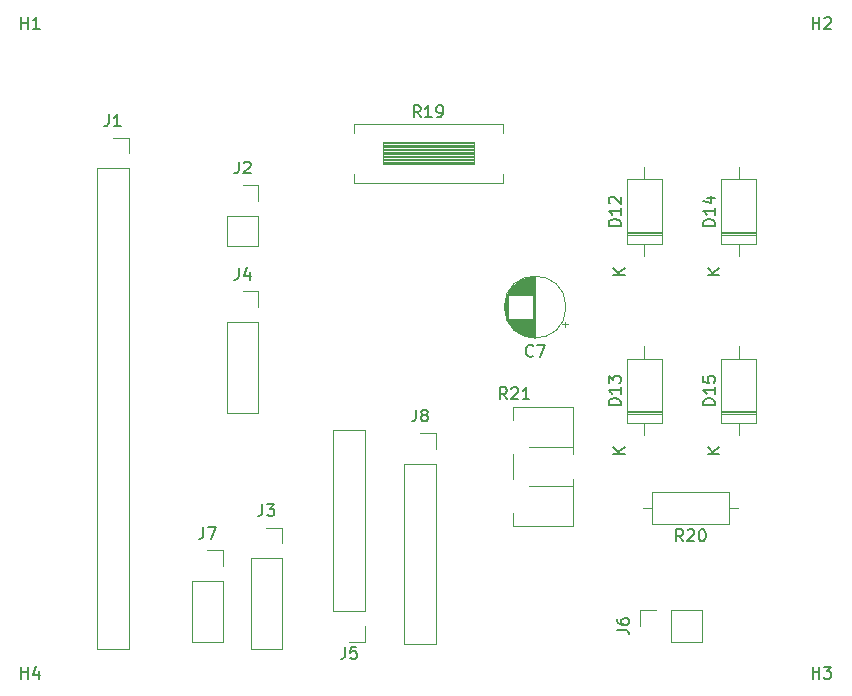
<source format=gbr>
G04 #@! TF.GenerationSoftware,KiCad,Pcbnew,(5.1.5)-3*
G04 #@! TF.CreationDate,2020-04-05T12:45:20+05:30*
G04 #@! TF.ProjectId,Con+fb(v+i),436f6e2b-6662-4287-962b-69292e6b6963,rev?*
G04 #@! TF.SameCoordinates,Original*
G04 #@! TF.FileFunction,Legend,Top*
G04 #@! TF.FilePolarity,Positive*
%FSLAX46Y46*%
G04 Gerber Fmt 4.6, Leading zero omitted, Abs format (unit mm)*
G04 Created by KiCad (PCBNEW (5.1.5)-3) date 2020-04-05 12:45:20*
%MOMM*%
%LPD*%
G04 APERTURE LIST*
%ADD10C,0.120000*%
%ADD11C,0.150000*%
G04 APERTURE END LIST*
D10*
X116370000Y-107000000D02*
G75*
G03X116370000Y-107000000I-2620000J0D01*
G01*
X113750000Y-109580000D02*
X113750000Y-104420000D01*
X113710000Y-109580000D02*
X113710000Y-104420000D01*
X113670000Y-109579000D02*
X113670000Y-104421000D01*
X113630000Y-109578000D02*
X113630000Y-104422000D01*
X113590000Y-109576000D02*
X113590000Y-104424000D01*
X113550000Y-109573000D02*
X113550000Y-104427000D01*
X113510000Y-109569000D02*
X113510000Y-108040000D01*
X113510000Y-105960000D02*
X113510000Y-104431000D01*
X113470000Y-109565000D02*
X113470000Y-108040000D01*
X113470000Y-105960000D02*
X113470000Y-104435000D01*
X113430000Y-109561000D02*
X113430000Y-108040000D01*
X113430000Y-105960000D02*
X113430000Y-104439000D01*
X113390000Y-109556000D02*
X113390000Y-108040000D01*
X113390000Y-105960000D02*
X113390000Y-104444000D01*
X113350000Y-109550000D02*
X113350000Y-108040000D01*
X113350000Y-105960000D02*
X113350000Y-104450000D01*
X113310000Y-109543000D02*
X113310000Y-108040000D01*
X113310000Y-105960000D02*
X113310000Y-104457000D01*
X113270000Y-109536000D02*
X113270000Y-108040000D01*
X113270000Y-105960000D02*
X113270000Y-104464000D01*
X113230000Y-109528000D02*
X113230000Y-108040000D01*
X113230000Y-105960000D02*
X113230000Y-104472000D01*
X113190000Y-109520000D02*
X113190000Y-108040000D01*
X113190000Y-105960000D02*
X113190000Y-104480000D01*
X113150000Y-109511000D02*
X113150000Y-108040000D01*
X113150000Y-105960000D02*
X113150000Y-104489000D01*
X113110000Y-109501000D02*
X113110000Y-108040000D01*
X113110000Y-105960000D02*
X113110000Y-104499000D01*
X113070000Y-109491000D02*
X113070000Y-108040000D01*
X113070000Y-105960000D02*
X113070000Y-104509000D01*
X113029000Y-109480000D02*
X113029000Y-108040000D01*
X113029000Y-105960000D02*
X113029000Y-104520000D01*
X112989000Y-109468000D02*
X112989000Y-108040000D01*
X112989000Y-105960000D02*
X112989000Y-104532000D01*
X112949000Y-109455000D02*
X112949000Y-108040000D01*
X112949000Y-105960000D02*
X112949000Y-104545000D01*
X112909000Y-109442000D02*
X112909000Y-108040000D01*
X112909000Y-105960000D02*
X112909000Y-104558000D01*
X112869000Y-109428000D02*
X112869000Y-108040000D01*
X112869000Y-105960000D02*
X112869000Y-104572000D01*
X112829000Y-109414000D02*
X112829000Y-108040000D01*
X112829000Y-105960000D02*
X112829000Y-104586000D01*
X112789000Y-109398000D02*
X112789000Y-108040000D01*
X112789000Y-105960000D02*
X112789000Y-104602000D01*
X112749000Y-109382000D02*
X112749000Y-108040000D01*
X112749000Y-105960000D02*
X112749000Y-104618000D01*
X112709000Y-109365000D02*
X112709000Y-108040000D01*
X112709000Y-105960000D02*
X112709000Y-104635000D01*
X112669000Y-109348000D02*
X112669000Y-108040000D01*
X112669000Y-105960000D02*
X112669000Y-104652000D01*
X112629000Y-109329000D02*
X112629000Y-108040000D01*
X112629000Y-105960000D02*
X112629000Y-104671000D01*
X112589000Y-109310000D02*
X112589000Y-108040000D01*
X112589000Y-105960000D02*
X112589000Y-104690000D01*
X112549000Y-109290000D02*
X112549000Y-108040000D01*
X112549000Y-105960000D02*
X112549000Y-104710000D01*
X112509000Y-109268000D02*
X112509000Y-108040000D01*
X112509000Y-105960000D02*
X112509000Y-104732000D01*
X112469000Y-109247000D02*
X112469000Y-108040000D01*
X112469000Y-105960000D02*
X112469000Y-104753000D01*
X112429000Y-109224000D02*
X112429000Y-108040000D01*
X112429000Y-105960000D02*
X112429000Y-104776000D01*
X112389000Y-109200000D02*
X112389000Y-108040000D01*
X112389000Y-105960000D02*
X112389000Y-104800000D01*
X112349000Y-109175000D02*
X112349000Y-108040000D01*
X112349000Y-105960000D02*
X112349000Y-104825000D01*
X112309000Y-109149000D02*
X112309000Y-108040000D01*
X112309000Y-105960000D02*
X112309000Y-104851000D01*
X112269000Y-109122000D02*
X112269000Y-108040000D01*
X112269000Y-105960000D02*
X112269000Y-104878000D01*
X112229000Y-109095000D02*
X112229000Y-108040000D01*
X112229000Y-105960000D02*
X112229000Y-104905000D01*
X112189000Y-109065000D02*
X112189000Y-108040000D01*
X112189000Y-105960000D02*
X112189000Y-104935000D01*
X112149000Y-109035000D02*
X112149000Y-108040000D01*
X112149000Y-105960000D02*
X112149000Y-104965000D01*
X112109000Y-109004000D02*
X112109000Y-108040000D01*
X112109000Y-105960000D02*
X112109000Y-104996000D01*
X112069000Y-108971000D02*
X112069000Y-108040000D01*
X112069000Y-105960000D02*
X112069000Y-105029000D01*
X112029000Y-108937000D02*
X112029000Y-108040000D01*
X112029000Y-105960000D02*
X112029000Y-105063000D01*
X111989000Y-108901000D02*
X111989000Y-108040000D01*
X111989000Y-105960000D02*
X111989000Y-105099000D01*
X111949000Y-108864000D02*
X111949000Y-108040000D01*
X111949000Y-105960000D02*
X111949000Y-105136000D01*
X111909000Y-108826000D02*
X111909000Y-108040000D01*
X111909000Y-105960000D02*
X111909000Y-105174000D01*
X111869000Y-108785000D02*
X111869000Y-108040000D01*
X111869000Y-105960000D02*
X111869000Y-105215000D01*
X111829000Y-108743000D02*
X111829000Y-108040000D01*
X111829000Y-105960000D02*
X111829000Y-105257000D01*
X111789000Y-108699000D02*
X111789000Y-108040000D01*
X111789000Y-105960000D02*
X111789000Y-105301000D01*
X111749000Y-108653000D02*
X111749000Y-108040000D01*
X111749000Y-105960000D02*
X111749000Y-105347000D01*
X111709000Y-108605000D02*
X111709000Y-108040000D01*
X111709000Y-105960000D02*
X111709000Y-105395000D01*
X111669000Y-108554000D02*
X111669000Y-108040000D01*
X111669000Y-105960000D02*
X111669000Y-105446000D01*
X111629000Y-108500000D02*
X111629000Y-108040000D01*
X111629000Y-105960000D02*
X111629000Y-105500000D01*
X111589000Y-108443000D02*
X111589000Y-108040000D01*
X111589000Y-105960000D02*
X111589000Y-105557000D01*
X111549000Y-108383000D02*
X111549000Y-108040000D01*
X111549000Y-105960000D02*
X111549000Y-105617000D01*
X111509000Y-108319000D02*
X111509000Y-108040000D01*
X111509000Y-105960000D02*
X111509000Y-105681000D01*
X111469000Y-108251000D02*
X111469000Y-108040000D01*
X111469000Y-105960000D02*
X111469000Y-105749000D01*
X111429000Y-108178000D02*
X111429000Y-105822000D01*
X111389000Y-108098000D02*
X111389000Y-105902000D01*
X111349000Y-108011000D02*
X111349000Y-105989000D01*
X111309000Y-107915000D02*
X111309000Y-106085000D01*
X111269000Y-107805000D02*
X111269000Y-106195000D01*
X111229000Y-107677000D02*
X111229000Y-106323000D01*
X111189000Y-107518000D02*
X111189000Y-106482000D01*
X111149000Y-107284000D02*
X111149000Y-106716000D01*
X116554775Y-108475000D02*
X116054775Y-108475000D01*
X116304775Y-108725000D02*
X116304775Y-108225000D01*
X121530000Y-101640000D02*
X124470000Y-101640000D01*
X124470000Y-101640000D02*
X124470000Y-96200000D01*
X124470000Y-96200000D02*
X121530000Y-96200000D01*
X121530000Y-96200000D02*
X121530000Y-101640000D01*
X123000000Y-102660000D02*
X123000000Y-101640000D01*
X123000000Y-95180000D02*
X123000000Y-96200000D01*
X121530000Y-100740000D02*
X124470000Y-100740000D01*
X121530000Y-100620000D02*
X124470000Y-100620000D01*
X121530000Y-100860000D02*
X124470000Y-100860000D01*
X121530000Y-116020000D02*
X124470000Y-116020000D01*
X121530000Y-115780000D02*
X124470000Y-115780000D01*
X121530000Y-115900000D02*
X124470000Y-115900000D01*
X123000000Y-110340000D02*
X123000000Y-111360000D01*
X123000000Y-117820000D02*
X123000000Y-116800000D01*
X121530000Y-111360000D02*
X121530000Y-116800000D01*
X124470000Y-111360000D02*
X121530000Y-111360000D01*
X124470000Y-116800000D02*
X124470000Y-111360000D01*
X121530000Y-116800000D02*
X124470000Y-116800000D01*
X129530000Y-101640000D02*
X132470000Y-101640000D01*
X132470000Y-101640000D02*
X132470000Y-96200000D01*
X132470000Y-96200000D02*
X129530000Y-96200000D01*
X129530000Y-96200000D02*
X129530000Y-101640000D01*
X131000000Y-102660000D02*
X131000000Y-101640000D01*
X131000000Y-95180000D02*
X131000000Y-96200000D01*
X129530000Y-100740000D02*
X132470000Y-100740000D01*
X129530000Y-100620000D02*
X132470000Y-100620000D01*
X129530000Y-100860000D02*
X132470000Y-100860000D01*
X129530000Y-116020000D02*
X132470000Y-116020000D01*
X129530000Y-115780000D02*
X132470000Y-115780000D01*
X129530000Y-115900000D02*
X132470000Y-115900000D01*
X131000000Y-110340000D02*
X131000000Y-111360000D01*
X131000000Y-117820000D02*
X131000000Y-116800000D01*
X129530000Y-111360000D02*
X129530000Y-116800000D01*
X132470000Y-111360000D02*
X129530000Y-111360000D01*
X132470000Y-116800000D02*
X132470000Y-111360000D01*
X129530000Y-116800000D02*
X132470000Y-116800000D01*
X76670000Y-95270000D02*
X79330000Y-95270000D01*
X76670000Y-95270000D02*
X76670000Y-135970000D01*
X76670000Y-135970000D02*
X79330000Y-135970000D01*
X79330000Y-95270000D02*
X79330000Y-135970000D01*
X79330000Y-92670000D02*
X79330000Y-94000000D01*
X78000000Y-92670000D02*
X79330000Y-92670000D01*
X87670000Y-99270000D02*
X90330000Y-99270000D01*
X87670000Y-99270000D02*
X87670000Y-101870000D01*
X87670000Y-101870000D02*
X90330000Y-101870000D01*
X90330000Y-99270000D02*
X90330000Y-101870000D01*
X90330000Y-96670000D02*
X90330000Y-98000000D01*
X89000000Y-96670000D02*
X90330000Y-96670000D01*
X91000000Y-125670000D02*
X92330000Y-125670000D01*
X92330000Y-125670000D02*
X92330000Y-127000000D01*
X92330000Y-128270000D02*
X92330000Y-135950000D01*
X89670000Y-135950000D02*
X92330000Y-135950000D01*
X89670000Y-128270000D02*
X89670000Y-135950000D01*
X89670000Y-128270000D02*
X92330000Y-128270000D01*
X87670000Y-108270000D02*
X90330000Y-108270000D01*
X87670000Y-108270000D02*
X87670000Y-115950000D01*
X87670000Y-115950000D02*
X90330000Y-115950000D01*
X90330000Y-108270000D02*
X90330000Y-115950000D01*
X90330000Y-105670000D02*
X90330000Y-107000000D01*
X89000000Y-105670000D02*
X90330000Y-105670000D01*
X99330000Y-117430000D02*
X96670000Y-117430000D01*
X99330000Y-132730000D02*
X99330000Y-117430000D01*
X96670000Y-132730000D02*
X96670000Y-117430000D01*
X99330000Y-132730000D02*
X96670000Y-132730000D01*
X99330000Y-134000000D02*
X99330000Y-135330000D01*
X99330000Y-135330000D02*
X98000000Y-135330000D01*
X122670000Y-134000000D02*
X122670000Y-132670000D01*
X122670000Y-132670000D02*
X124000000Y-132670000D01*
X125270000Y-132670000D02*
X127870000Y-132670000D01*
X127870000Y-135330000D02*
X127870000Y-132670000D01*
X125270000Y-135330000D02*
X127870000Y-135330000D01*
X125270000Y-135330000D02*
X125270000Y-132670000D01*
X84670000Y-130190000D02*
X87330000Y-130190000D01*
X84670000Y-130190000D02*
X84670000Y-135330000D01*
X84670000Y-135330000D02*
X87330000Y-135330000D01*
X87330000Y-130190000D02*
X87330000Y-135330000D01*
X87330000Y-127590000D02*
X87330000Y-128920000D01*
X86000000Y-127590000D02*
X87330000Y-127590000D01*
X102670000Y-120270000D02*
X105330000Y-120270000D01*
X102670000Y-120270000D02*
X102670000Y-135570000D01*
X102670000Y-135570000D02*
X105330000Y-135570000D01*
X105330000Y-120270000D02*
X105330000Y-135570000D01*
X105330000Y-117670000D02*
X105330000Y-119000000D01*
X104000000Y-117670000D02*
X105330000Y-117670000D01*
X98380000Y-92260000D02*
X98380000Y-91480000D01*
X98380000Y-91480000D02*
X111020000Y-91480000D01*
X111020000Y-91480000D02*
X111020000Y-92260000D01*
X98380000Y-95740000D02*
X98380000Y-96520000D01*
X98380000Y-96520000D02*
X111020000Y-96520000D01*
X111020000Y-96520000D02*
X111020000Y-95740000D01*
X100860000Y-93000000D02*
X108540000Y-93000000D01*
X100860000Y-93120000D02*
X108540000Y-93120000D01*
X100860000Y-93240000D02*
X108540000Y-93240000D01*
X100860000Y-93360000D02*
X108540000Y-93360000D01*
X100860000Y-93480000D02*
X108540000Y-93480000D01*
X100860000Y-93600000D02*
X108540000Y-93600000D01*
X100860000Y-93720000D02*
X108540000Y-93720000D01*
X100860000Y-93840000D02*
X108540000Y-93840000D01*
X100860000Y-93960000D02*
X108540000Y-93960000D01*
X100860000Y-94080000D02*
X108540000Y-94080000D01*
X100860000Y-94200000D02*
X108540000Y-94200000D01*
X100860000Y-94320000D02*
X108540000Y-94320000D01*
X100860000Y-94440000D02*
X108540000Y-94440000D01*
X100860000Y-94560000D02*
X108540000Y-94560000D01*
X100860000Y-94680000D02*
X108540000Y-94680000D01*
X100860000Y-94800000D02*
X108540000Y-94800000D01*
X100860000Y-94920000D02*
X108540000Y-94920000D01*
X100860000Y-93000000D02*
X100860000Y-94920000D01*
X108540000Y-93000000D02*
X108540000Y-94920000D01*
X130190000Y-125370000D02*
X130190000Y-122630000D01*
X130190000Y-122630000D02*
X123650000Y-122630000D01*
X123650000Y-122630000D02*
X123650000Y-125370000D01*
X123650000Y-125370000D02*
X130190000Y-125370000D01*
X130960000Y-124000000D02*
X130190000Y-124000000D01*
X122880000Y-124000000D02*
X123650000Y-124000000D01*
X111879000Y-115479000D02*
X116920000Y-115479000D01*
X111879000Y-125520000D02*
X116920000Y-125520000D01*
X116920000Y-115479000D02*
X116920000Y-119428000D01*
X116920000Y-121573000D02*
X116920000Y-125520000D01*
X111879000Y-124425000D02*
X111879000Y-125520000D01*
X111879000Y-115479000D02*
X111879000Y-116574000D01*
X111879000Y-119426000D02*
X111879000Y-121575000D01*
X113237000Y-118880000D02*
X116920000Y-118880000D01*
X113237000Y-122120000D02*
X116920000Y-122120000D01*
X111879000Y-119426000D02*
X111879000Y-121575000D01*
X116920000Y-118880000D02*
X116920000Y-119428000D01*
X116920000Y-121573000D02*
X116920000Y-122120000D01*
D11*
X113583333Y-111107142D02*
X113535714Y-111154761D01*
X113392857Y-111202380D01*
X113297619Y-111202380D01*
X113154761Y-111154761D01*
X113059523Y-111059523D01*
X113011904Y-110964285D01*
X112964285Y-110773809D01*
X112964285Y-110630952D01*
X113011904Y-110440476D01*
X113059523Y-110345238D01*
X113154761Y-110250000D01*
X113297619Y-110202380D01*
X113392857Y-110202380D01*
X113535714Y-110250000D01*
X113583333Y-110297619D01*
X113916666Y-110202380D02*
X114583333Y-110202380D01*
X114154761Y-111202380D01*
X120982380Y-100134285D02*
X119982380Y-100134285D01*
X119982380Y-99896190D01*
X120030000Y-99753333D01*
X120125238Y-99658095D01*
X120220476Y-99610476D01*
X120410952Y-99562857D01*
X120553809Y-99562857D01*
X120744285Y-99610476D01*
X120839523Y-99658095D01*
X120934761Y-99753333D01*
X120982380Y-99896190D01*
X120982380Y-100134285D01*
X120982380Y-98610476D02*
X120982380Y-99181904D01*
X120982380Y-98896190D02*
X119982380Y-98896190D01*
X120125238Y-98991428D01*
X120220476Y-99086666D01*
X120268095Y-99181904D01*
X120077619Y-98229523D02*
X120030000Y-98181904D01*
X119982380Y-98086666D01*
X119982380Y-97848571D01*
X120030000Y-97753333D01*
X120077619Y-97705714D01*
X120172857Y-97658095D01*
X120268095Y-97658095D01*
X120410952Y-97705714D01*
X120982380Y-98277142D01*
X120982380Y-97658095D01*
X121352380Y-104261904D02*
X120352380Y-104261904D01*
X121352380Y-103690476D02*
X120780952Y-104119047D01*
X120352380Y-103690476D02*
X120923809Y-104261904D01*
X120982380Y-115294285D02*
X119982380Y-115294285D01*
X119982380Y-115056190D01*
X120030000Y-114913333D01*
X120125238Y-114818095D01*
X120220476Y-114770476D01*
X120410952Y-114722857D01*
X120553809Y-114722857D01*
X120744285Y-114770476D01*
X120839523Y-114818095D01*
X120934761Y-114913333D01*
X120982380Y-115056190D01*
X120982380Y-115294285D01*
X120982380Y-113770476D02*
X120982380Y-114341904D01*
X120982380Y-114056190D02*
X119982380Y-114056190D01*
X120125238Y-114151428D01*
X120220476Y-114246666D01*
X120268095Y-114341904D01*
X119982380Y-113437142D02*
X119982380Y-112818095D01*
X120363333Y-113151428D01*
X120363333Y-113008571D01*
X120410952Y-112913333D01*
X120458571Y-112865714D01*
X120553809Y-112818095D01*
X120791904Y-112818095D01*
X120887142Y-112865714D01*
X120934761Y-112913333D01*
X120982380Y-113008571D01*
X120982380Y-113294285D01*
X120934761Y-113389523D01*
X120887142Y-113437142D01*
X121352380Y-119421904D02*
X120352380Y-119421904D01*
X121352380Y-118850476D02*
X120780952Y-119279047D01*
X120352380Y-118850476D02*
X120923809Y-119421904D01*
X128982380Y-100134285D02*
X127982380Y-100134285D01*
X127982380Y-99896190D01*
X128030000Y-99753333D01*
X128125238Y-99658095D01*
X128220476Y-99610476D01*
X128410952Y-99562857D01*
X128553809Y-99562857D01*
X128744285Y-99610476D01*
X128839523Y-99658095D01*
X128934761Y-99753333D01*
X128982380Y-99896190D01*
X128982380Y-100134285D01*
X128982380Y-98610476D02*
X128982380Y-99181904D01*
X128982380Y-98896190D02*
X127982380Y-98896190D01*
X128125238Y-98991428D01*
X128220476Y-99086666D01*
X128268095Y-99181904D01*
X128315714Y-97753333D02*
X128982380Y-97753333D01*
X127934761Y-97991428D02*
X128649047Y-98229523D01*
X128649047Y-97610476D01*
X129352380Y-104261904D02*
X128352380Y-104261904D01*
X129352380Y-103690476D02*
X128780952Y-104119047D01*
X128352380Y-103690476D02*
X128923809Y-104261904D01*
X128982380Y-115294285D02*
X127982380Y-115294285D01*
X127982380Y-115056190D01*
X128030000Y-114913333D01*
X128125238Y-114818095D01*
X128220476Y-114770476D01*
X128410952Y-114722857D01*
X128553809Y-114722857D01*
X128744285Y-114770476D01*
X128839523Y-114818095D01*
X128934761Y-114913333D01*
X128982380Y-115056190D01*
X128982380Y-115294285D01*
X128982380Y-113770476D02*
X128982380Y-114341904D01*
X128982380Y-114056190D02*
X127982380Y-114056190D01*
X128125238Y-114151428D01*
X128220476Y-114246666D01*
X128268095Y-114341904D01*
X127982380Y-112865714D02*
X127982380Y-113341904D01*
X128458571Y-113389523D01*
X128410952Y-113341904D01*
X128363333Y-113246666D01*
X128363333Y-113008571D01*
X128410952Y-112913333D01*
X128458571Y-112865714D01*
X128553809Y-112818095D01*
X128791904Y-112818095D01*
X128887142Y-112865714D01*
X128934761Y-112913333D01*
X128982380Y-113008571D01*
X128982380Y-113246666D01*
X128934761Y-113341904D01*
X128887142Y-113389523D01*
X129352380Y-119421904D02*
X128352380Y-119421904D01*
X129352380Y-118850476D02*
X128780952Y-119279047D01*
X128352380Y-118850476D02*
X128923809Y-119421904D01*
X77666666Y-90682380D02*
X77666666Y-91396666D01*
X77619047Y-91539523D01*
X77523809Y-91634761D01*
X77380952Y-91682380D01*
X77285714Y-91682380D01*
X78666666Y-91682380D02*
X78095238Y-91682380D01*
X78380952Y-91682380D02*
X78380952Y-90682380D01*
X78285714Y-90825238D01*
X78190476Y-90920476D01*
X78095238Y-90968095D01*
X88666666Y-94682380D02*
X88666666Y-95396666D01*
X88619047Y-95539523D01*
X88523809Y-95634761D01*
X88380952Y-95682380D01*
X88285714Y-95682380D01*
X89095238Y-94777619D02*
X89142857Y-94730000D01*
X89238095Y-94682380D01*
X89476190Y-94682380D01*
X89571428Y-94730000D01*
X89619047Y-94777619D01*
X89666666Y-94872857D01*
X89666666Y-94968095D01*
X89619047Y-95110952D01*
X89047619Y-95682380D01*
X89666666Y-95682380D01*
X90666666Y-123682380D02*
X90666666Y-124396666D01*
X90619047Y-124539523D01*
X90523809Y-124634761D01*
X90380952Y-124682380D01*
X90285714Y-124682380D01*
X91047619Y-123682380D02*
X91666666Y-123682380D01*
X91333333Y-124063333D01*
X91476190Y-124063333D01*
X91571428Y-124110952D01*
X91619047Y-124158571D01*
X91666666Y-124253809D01*
X91666666Y-124491904D01*
X91619047Y-124587142D01*
X91571428Y-124634761D01*
X91476190Y-124682380D01*
X91190476Y-124682380D01*
X91095238Y-124634761D01*
X91047619Y-124587142D01*
X88666666Y-103682380D02*
X88666666Y-104396666D01*
X88619047Y-104539523D01*
X88523809Y-104634761D01*
X88380952Y-104682380D01*
X88285714Y-104682380D01*
X89571428Y-104015714D02*
X89571428Y-104682380D01*
X89333333Y-103634761D02*
X89095238Y-104349047D01*
X89714285Y-104349047D01*
X97666666Y-135782380D02*
X97666666Y-136496666D01*
X97619047Y-136639523D01*
X97523809Y-136734761D01*
X97380952Y-136782380D01*
X97285714Y-136782380D01*
X98619047Y-135782380D02*
X98142857Y-135782380D01*
X98095238Y-136258571D01*
X98142857Y-136210952D01*
X98238095Y-136163333D01*
X98476190Y-136163333D01*
X98571428Y-136210952D01*
X98619047Y-136258571D01*
X98666666Y-136353809D01*
X98666666Y-136591904D01*
X98619047Y-136687142D01*
X98571428Y-136734761D01*
X98476190Y-136782380D01*
X98238095Y-136782380D01*
X98142857Y-136734761D01*
X98095238Y-136687142D01*
X120682380Y-134333333D02*
X121396666Y-134333333D01*
X121539523Y-134380952D01*
X121634761Y-134476190D01*
X121682380Y-134619047D01*
X121682380Y-134714285D01*
X120682380Y-133428571D02*
X120682380Y-133619047D01*
X120730000Y-133714285D01*
X120777619Y-133761904D01*
X120920476Y-133857142D01*
X121110952Y-133904761D01*
X121491904Y-133904761D01*
X121587142Y-133857142D01*
X121634761Y-133809523D01*
X121682380Y-133714285D01*
X121682380Y-133523809D01*
X121634761Y-133428571D01*
X121587142Y-133380952D01*
X121491904Y-133333333D01*
X121253809Y-133333333D01*
X121158571Y-133380952D01*
X121110952Y-133428571D01*
X121063333Y-133523809D01*
X121063333Y-133714285D01*
X121110952Y-133809523D01*
X121158571Y-133857142D01*
X121253809Y-133904761D01*
X85666666Y-125602380D02*
X85666666Y-126316666D01*
X85619047Y-126459523D01*
X85523809Y-126554761D01*
X85380952Y-126602380D01*
X85285714Y-126602380D01*
X86047619Y-125602380D02*
X86714285Y-125602380D01*
X86285714Y-126602380D01*
X103666666Y-115682380D02*
X103666666Y-116396666D01*
X103619047Y-116539523D01*
X103523809Y-116634761D01*
X103380952Y-116682380D01*
X103285714Y-116682380D01*
X104285714Y-116110952D02*
X104190476Y-116063333D01*
X104142857Y-116015714D01*
X104095238Y-115920476D01*
X104095238Y-115872857D01*
X104142857Y-115777619D01*
X104190476Y-115730000D01*
X104285714Y-115682380D01*
X104476190Y-115682380D01*
X104571428Y-115730000D01*
X104619047Y-115777619D01*
X104666666Y-115872857D01*
X104666666Y-115920476D01*
X104619047Y-116015714D01*
X104571428Y-116063333D01*
X104476190Y-116110952D01*
X104285714Y-116110952D01*
X104190476Y-116158571D01*
X104142857Y-116206190D01*
X104095238Y-116301428D01*
X104095238Y-116491904D01*
X104142857Y-116587142D01*
X104190476Y-116634761D01*
X104285714Y-116682380D01*
X104476190Y-116682380D01*
X104571428Y-116634761D01*
X104619047Y-116587142D01*
X104666666Y-116491904D01*
X104666666Y-116301428D01*
X104619047Y-116206190D01*
X104571428Y-116158571D01*
X104476190Y-116110952D01*
X104057142Y-90932380D02*
X103723809Y-90456190D01*
X103485714Y-90932380D02*
X103485714Y-89932380D01*
X103866666Y-89932380D01*
X103961904Y-89980000D01*
X104009523Y-90027619D01*
X104057142Y-90122857D01*
X104057142Y-90265714D01*
X104009523Y-90360952D01*
X103961904Y-90408571D01*
X103866666Y-90456190D01*
X103485714Y-90456190D01*
X105009523Y-90932380D02*
X104438095Y-90932380D01*
X104723809Y-90932380D02*
X104723809Y-89932380D01*
X104628571Y-90075238D01*
X104533333Y-90170476D01*
X104438095Y-90218095D01*
X105485714Y-90932380D02*
X105676190Y-90932380D01*
X105771428Y-90884761D01*
X105819047Y-90837142D01*
X105914285Y-90694285D01*
X105961904Y-90503809D01*
X105961904Y-90122857D01*
X105914285Y-90027619D01*
X105866666Y-89980000D01*
X105771428Y-89932380D01*
X105580952Y-89932380D01*
X105485714Y-89980000D01*
X105438095Y-90027619D01*
X105390476Y-90122857D01*
X105390476Y-90360952D01*
X105438095Y-90456190D01*
X105485714Y-90503809D01*
X105580952Y-90551428D01*
X105771428Y-90551428D01*
X105866666Y-90503809D01*
X105914285Y-90456190D01*
X105961904Y-90360952D01*
X126277142Y-126822380D02*
X125943809Y-126346190D01*
X125705714Y-126822380D02*
X125705714Y-125822380D01*
X126086666Y-125822380D01*
X126181904Y-125870000D01*
X126229523Y-125917619D01*
X126277142Y-126012857D01*
X126277142Y-126155714D01*
X126229523Y-126250952D01*
X126181904Y-126298571D01*
X126086666Y-126346190D01*
X125705714Y-126346190D01*
X126658095Y-125917619D02*
X126705714Y-125870000D01*
X126800952Y-125822380D01*
X127039047Y-125822380D01*
X127134285Y-125870000D01*
X127181904Y-125917619D01*
X127229523Y-126012857D01*
X127229523Y-126108095D01*
X127181904Y-126250952D01*
X126610476Y-126822380D01*
X127229523Y-126822380D01*
X127848571Y-125822380D02*
X127943809Y-125822380D01*
X128039047Y-125870000D01*
X128086666Y-125917619D01*
X128134285Y-126012857D01*
X128181904Y-126203333D01*
X128181904Y-126441428D01*
X128134285Y-126631904D01*
X128086666Y-126727142D01*
X128039047Y-126774761D01*
X127943809Y-126822380D01*
X127848571Y-126822380D01*
X127753333Y-126774761D01*
X127705714Y-126727142D01*
X127658095Y-126631904D01*
X127610476Y-126441428D01*
X127610476Y-126203333D01*
X127658095Y-126012857D01*
X127705714Y-125917619D01*
X127753333Y-125870000D01*
X127848571Y-125822380D01*
X111357142Y-114802380D02*
X111023809Y-114326190D01*
X110785714Y-114802380D02*
X110785714Y-113802380D01*
X111166666Y-113802380D01*
X111261904Y-113850000D01*
X111309523Y-113897619D01*
X111357142Y-113992857D01*
X111357142Y-114135714D01*
X111309523Y-114230952D01*
X111261904Y-114278571D01*
X111166666Y-114326190D01*
X110785714Y-114326190D01*
X111738095Y-113897619D02*
X111785714Y-113850000D01*
X111880952Y-113802380D01*
X112119047Y-113802380D01*
X112214285Y-113850000D01*
X112261904Y-113897619D01*
X112309523Y-113992857D01*
X112309523Y-114088095D01*
X112261904Y-114230952D01*
X111690476Y-114802380D01*
X112309523Y-114802380D01*
X113261904Y-114802380D02*
X112690476Y-114802380D01*
X112976190Y-114802380D02*
X112976190Y-113802380D01*
X112880952Y-113945238D01*
X112785714Y-114040476D01*
X112690476Y-114088095D01*
X70238095Y-83452380D02*
X70238095Y-82452380D01*
X70238095Y-82928571D02*
X70809523Y-82928571D01*
X70809523Y-83452380D02*
X70809523Y-82452380D01*
X71809523Y-83452380D02*
X71238095Y-83452380D01*
X71523809Y-83452380D02*
X71523809Y-82452380D01*
X71428571Y-82595238D01*
X71333333Y-82690476D01*
X71238095Y-82738095D01*
X137238095Y-83452380D02*
X137238095Y-82452380D01*
X137238095Y-82928571D02*
X137809523Y-82928571D01*
X137809523Y-83452380D02*
X137809523Y-82452380D01*
X138238095Y-82547619D02*
X138285714Y-82500000D01*
X138380952Y-82452380D01*
X138619047Y-82452380D01*
X138714285Y-82500000D01*
X138761904Y-82547619D01*
X138809523Y-82642857D01*
X138809523Y-82738095D01*
X138761904Y-82880952D01*
X138190476Y-83452380D01*
X138809523Y-83452380D01*
X137238095Y-138452380D02*
X137238095Y-137452380D01*
X137238095Y-137928571D02*
X137809523Y-137928571D01*
X137809523Y-138452380D02*
X137809523Y-137452380D01*
X138190476Y-137452380D02*
X138809523Y-137452380D01*
X138476190Y-137833333D01*
X138619047Y-137833333D01*
X138714285Y-137880952D01*
X138761904Y-137928571D01*
X138809523Y-138023809D01*
X138809523Y-138261904D01*
X138761904Y-138357142D01*
X138714285Y-138404761D01*
X138619047Y-138452380D01*
X138333333Y-138452380D01*
X138238095Y-138404761D01*
X138190476Y-138357142D01*
X70238095Y-138452380D02*
X70238095Y-137452380D01*
X70238095Y-137928571D02*
X70809523Y-137928571D01*
X70809523Y-138452380D02*
X70809523Y-137452380D01*
X71714285Y-137785714D02*
X71714285Y-138452380D01*
X71476190Y-137404761D02*
X71238095Y-138119047D01*
X71857142Y-138119047D01*
M02*

</source>
